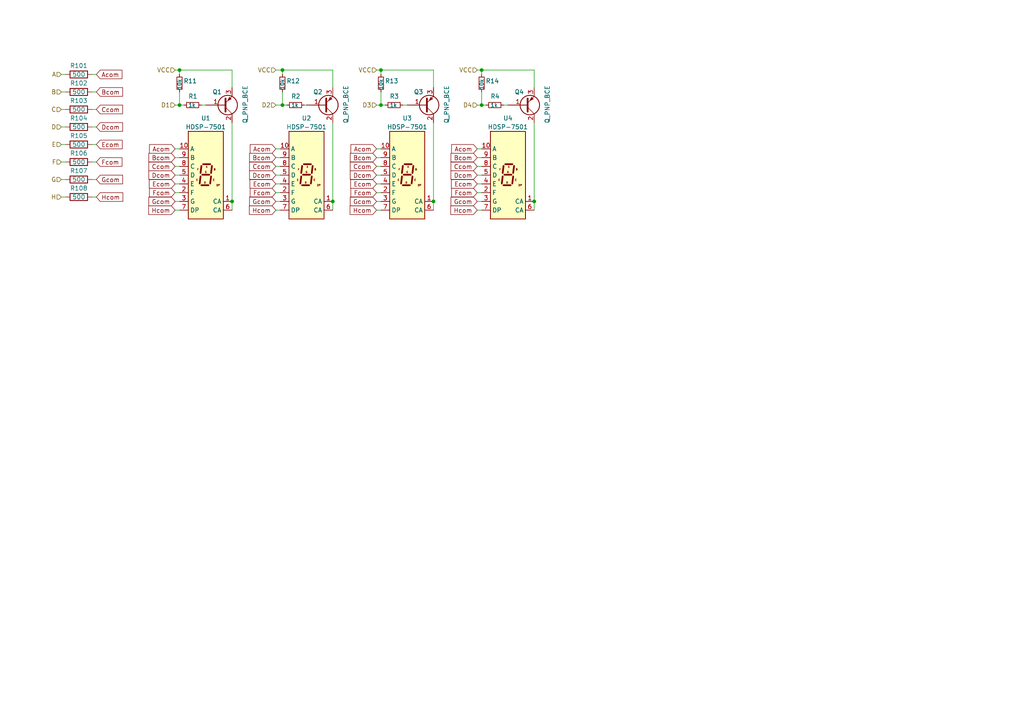
<source format=kicad_sch>
(kicad_sch (version 20211123) (generator eeschema)
  (paper "A4")
  (title_block (title "4 digit display") (date "2022-06-04") (rev "1.0.0") (company "Poznan University of Technology"))
  (lib_symbols
    (symbol "Device:Q_PNP_BCE" (pin_names (offset 0) hide)
      (property "Reference" "Q" (at 5.08 1.27 0))
      (property "Value" "Q_PNP_BCE" (at 5.08 -1.27 0))
      (symbol "Q_PNP_BCE_0_1"
        (polyline (pts (xy 0.635 0.635) (xy 2.54 2.54)))
        (polyline (pts (xy 0.635 -0.635) (xy 2.54 -2.54) (xy 2.54 -2.54)))
        (polyline (pts (xy 0.635 1.905) (xy 0.635 -1.905) (xy 0.635 -1.905)) (stroke (width 0.508)))
        (polyline (pts (xy 2.286 -1.778) (xy 1.778 -2.286) (xy 1.27 -1.27) (xy 2.286 -1.778) (xy 2.286 -1.778)) (fill (type outline)))
        (circle (center 1.27 0) (radius 2.8194) (stroke (width 0.254)))
      )
      (symbol "Q_PNP_BCE_1_1"
        (pin input line (at -5.08 0 0) (length 5.715) (name "B") (number "1"))
        (pin passive line (at 2.54 5.08 270) (length 2.54) (name "C") (number "2"))
        (pin passive line (at 2.54 -5.08 90) (length 2.54) (name "E") (number "3"))
      )
    )
    (symbol "Device:R" (pin_numbers hide) (pin_names (offset 0))
      (property "Reference" "R" (at 2.032 0 90))
      (property "Value" "R" (at 0 0 90))
      (symbol "R_0_1"
        (rectangle (start -1.016 -2.54) (end 1.016 2.54) (stroke (width 0.254)))
      )
      (symbol "R_1_1"
        (pin passive line (at 0 3.81 270) (length 1.27) (name "~") (number "1"))
        (pin passive line (at 0 -3.81 90) (length 1.27) (name "~") (number "2"))
      )
    )
    (symbol "Device:R_Small" (pin_numbers hide) (pin_names (offset 0.254) hide)
      (property "Reference" "R" (at 0.762 0.508 0))
      (property "Value" "R_Small" (at 0.762 -1.016 0))
      (symbol "R_Small_0_1"
        (rectangle (start -0.762 1.778) (end 0.762 -1.778) (stroke (width 0.2032)))
      )
      (symbol "R_Small_1_1"
        (pin passive line (at 0 2.54 270) (length 0.762) (name "~") (number "1"))
        (pin passive line (at 0 -2.54 90) (length 0.762) (name "~") (number "2"))
      )
    )
    (symbol "Display_Character:HDSP-7501"
      (property "Reference" "U" (at -3.81 13.97 0))
      (property "Value" "HDSP-7501" (at 6.35 13.97 0))
      (symbol "HDSP-7501_1_0"
        (text "A" (at 0.254 2.413 0) (effects (font (size 0.508 0.508))))
        (text "B" (at 2.54 1.651 0) (effects (font (size 0.508 0.508))))
        (text "C" (at 2.286 -1.397 0) (effects (font (size 0.508 0.508))))
        (text "D" (at -0.254 -2.159 0) (effects (font (size 0.508 0.508))))
        (text "DP" (at 3.556 -2.921 0) (effects (font (size 0.508 0.508))))
        (text "E" (at -2.54 -1.397 0) (effects (font (size 0.508 0.508))))
        (text "F" (at -2.286 1.651 0) (effects (font (size 0.508 0.508))))
        (text "G" (at 0 0.889 0) (effects (font (size 0.508 0.508))))
      )
      (symbol "HDSP-7501_1_1"
        (rectangle (start -5.08 12.7) (end 5.08 -12.7) (stroke (width 0.254)) (fill (type background)))
        (polyline (pts (xy -1.524 -0.381) (xy -1.778 -2.413)) (stroke (width 0.508)))
        (polyline (pts (xy -1.27 -2.921) (xy 0.762 -2.921)) (stroke (width 0.508)))
        (polyline (pts (xy -1.27 2.667) (xy -1.524 0.635)) (stroke (width 0.508)))
        (polyline (pts (xy -1.016 0.127) (xy 1.016 0.127)) (stroke (width 0.508)))
        (polyline (pts (xy -0.762 3.175) (xy 1.27 3.175)) (stroke (width 0.508)))
        (polyline (pts (xy 1.524 -0.381) (xy 1.27 -2.413)) (stroke (width 0.508)))
        (polyline (pts (xy 1.778 2.667) (xy 1.524 0.635)) (stroke (width 0.508)))
        (polyline (pts (xy 2.54 -2.921) (xy 2.54 -2.921)) (stroke (width 0.508)))
        (pin input line (at 7.62 -7.62 180) (length 2.54) (name "CA") (number "1"))
        (pin input line (at -7.62 7.62 0) (length 2.54) (name "A") (number "10"))
        (pin input line (at -7.62 -5.08 0) (length 2.54) (name "F") (number "2"))
        (pin input line (at -7.62 -7.62 0) (length 2.54) (name "G") (number "3"))
        (pin input line (at -7.62 -2.54 0) (length 2.54) (name "E") (number "4"))
        (pin input line (at -7.62 0 0) (length 2.54) (name "D") (number "5"))
        (pin input line (at 7.62 -10.16 180) (length 2.54) (name "CA") (number "6"))
        (pin input line (at -7.62 -10.16 0) (length 2.54) (name "DP") (number "7"))
        (pin input line (at -7.62 2.54 0) (length 2.54) (name "C") (number "8"))
        (pin input line (at -7.62 5.08 0) (length 2.54) (name "B") (number "9"))
      )
    )
  )
  (junction (at 81.915 30.48))
  (junction (at 154.94 58.42))
  (junction (at 139.7 20.32))
  (junction (at 52.07 20.32))
  (junction (at 110.49 20.32))
  (junction (at 96.52 58.42))
  (junction (at 67.31 58.42))
  (junction (at 81.915 20.32))
  (junction (at 125.73 58.42))
  (junction (at 110.49 30.48))
  (junction (at 139.7 30.48))
  (junction (at 52.07 30.48))
  (wire (pts (xy 139.7 26.67) (xy 139.7 30.48)))
  (wire (pts (xy 50.8 60.96) (xy 52.07 60.96)))
  (wire (pts (xy 109.22 58.42) (xy 110.49 58.42)))
  (wire (pts (xy 109.22 60.96) (xy 110.49 60.96)))
  (wire (pts (xy 96.52 58.42) (xy 96.52 60.96)))
  (wire (pts (xy 52.07 30.48) (xy 53.34 30.48)))
  (wire (pts (xy 80.01 60.96) (xy 81.28 60.96)))
  (wire (pts (xy 154.94 35.56) (xy 154.94 58.42)))
  (wire (pts (xy 109.22 48.26) (xy 110.49 48.26)))
  (wire (pts (xy 110.49 26.67) (xy 110.49 30.48)))
  (wire (pts (xy 109.22 20.32) (xy 110.49 20.32)))
  (wire (pts (xy 17.78 26.67) (xy 19.05 26.67)))
  (wire (pts (xy 138.43 20.32) (xy 139.7 20.32)))
  (wire (pts (xy 26.67 41.91) (xy 27.94 41.91)))
  (wire (pts (xy 50.8 43.18) (xy 52.07 43.18)))
  (wire (pts (xy 138.43 45.72) (xy 139.7 45.72)))
  (wire (pts (xy 109.22 53.34) (xy 110.49 53.34)))
  (wire (pts (xy 139.7 30.48) (xy 140.97 30.48)))
  (wire (pts (xy 109.22 55.88) (xy 110.49 55.88)))
  (wire (pts (xy 80.01 58.42) (xy 81.28 58.42)))
  (wire (pts (xy 125.73 35.56) (xy 125.73 58.42)))
  (wire (pts (xy 138.43 50.8) (xy 139.7 50.8)))
  (wire (pts (xy 26.67 21.59) (xy 27.94 21.59)))
  (wire (pts (xy 81.915 20.32) (xy 96.52 20.32)))
  (wire (pts (xy 80.01 45.72) (xy 81.28 45.72)))
  (wire (pts (xy 80.01 53.34) (xy 81.28 53.34)))
  (wire (pts (xy 109.22 45.72) (xy 110.49 45.72)))
  (wire (pts (xy 109.22 30.48) (xy 110.49 30.48)))
  (wire (pts (xy 50.8 45.72) (xy 52.07 45.72)))
  (wire (pts (xy 52.07 21.59) (xy 52.07 20.32)))
  (wire (pts (xy 50.8 55.88) (xy 52.07 55.88)))
  (wire (pts (xy 26.67 57.15) (xy 27.94 57.15)))
  (wire (pts (xy 138.43 53.34) (xy 139.7 53.34)))
  (wire (pts (xy 81.915 30.48) (xy 83.185 30.48)))
  (wire (pts (xy 81.915 26.67) (xy 81.915 30.48)))
  (wire (pts (xy 116.84 30.48) (xy 118.11 30.48)))
  (wire (pts (xy 88.265 30.48) (xy 88.9 30.48)))
  (wire (pts (xy 138.43 30.48) (xy 139.7 30.48)))
  (wire (pts (xy 50.8 58.42) (xy 52.07 58.42)))
  (wire (pts (xy 67.31 35.56) (xy 67.31 58.42)))
  (wire (pts (xy 67.31 20.32) (xy 67.31 25.4)))
  (wire (pts (xy 81.915 21.59) (xy 81.915 20.32)))
  (wire (pts (xy 17.78 21.59) (xy 19.05 21.59)))
  (wire (pts (xy 139.7 20.32) (xy 154.94 20.32)))
  (wire (pts (xy 50.8 50.8) (xy 52.07 50.8)))
  (wire (pts (xy 50.8 30.48) (xy 52.07 30.48)))
  (wire (pts (xy 26.67 31.75) (xy 27.94 31.75)))
  (wire (pts (xy 139.7 21.59) (xy 139.7 20.32)))
  (wire (pts (xy 67.31 58.42) (xy 67.31 60.96)))
  (wire (pts (xy 80.01 30.48) (xy 81.915 30.48)))
  (wire (pts (xy 52.07 26.67) (xy 52.07 30.48)))
  (wire (pts (xy 26.67 36.83) (xy 27.94 36.83)))
  (wire (pts (xy 110.49 21.59) (xy 110.49 20.32)))
  (wire (pts (xy 26.67 26.67) (xy 27.94 26.67)))
  (wire (pts (xy 17.78 57.15) (xy 19.05 57.15)))
  (wire (pts (xy 50.8 48.26) (xy 52.07 48.26)))
  (wire (pts (xy 96.52 20.32) (xy 96.52 25.4)))
  (wire (pts (xy 17.78 46.99) (xy 19.05 46.99)))
  (wire (pts (xy 50.8 20.32) (xy 52.07 20.32)))
  (wire (pts (xy 52.07 20.32) (xy 67.31 20.32)))
  (wire (pts (xy 80.01 50.8) (xy 81.28 50.8)))
  (wire (pts (xy 80.01 43.18) (xy 81.28 43.18)))
  (wire (pts (xy 110.49 20.32) (xy 125.73 20.32)))
  (wire (pts (xy 26.67 46.99) (xy 27.94 46.99)))
  (wire (pts (xy 109.22 43.18) (xy 110.49 43.18)))
  (wire (pts (xy 17.78 41.91) (xy 19.05 41.91)))
  (wire (pts (xy 109.22 50.8) (xy 110.49 50.8)))
  (wire (pts (xy 26.67 52.07) (xy 27.94 52.07)))
  (wire (pts (xy 110.49 30.48) (xy 111.76 30.48)))
  (wire (pts (xy 17.78 52.07) (xy 19.05 52.07)))
  (wire (pts (xy 138.43 55.88) (xy 139.7 55.88)))
  (wire (pts (xy 146.05 30.48) (xy 147.32 30.48)))
  (wire (pts (xy 80.01 20.32) (xy 81.915 20.32)))
  (wire (pts (xy 80.01 48.26) (xy 81.28 48.26)))
  (wire (pts (xy 138.43 58.42) (xy 139.7 58.42)))
  (wire (pts (xy 125.73 58.42) (xy 125.73 60.96)))
  (wire (pts (xy 125.73 20.32) (xy 125.73 25.4)))
  (wire (pts (xy 17.78 36.83) (xy 19.05 36.83)))
  (wire (pts (xy 138.43 48.26) (xy 139.7 48.26)))
  (wire (pts (xy 17.78 31.75) (xy 19.05 31.75)))
  (wire (pts (xy 154.94 58.42) (xy 154.94 60.96)))
  (wire (pts (xy 138.43 43.18) (xy 139.7 43.18)))
  (wire (pts (xy 58.42 30.48) (xy 59.69 30.48)))
  (wire (pts (xy 96.52 35.56) (xy 96.52 58.42)))
  (wire (pts (xy 138.43 60.96) (xy 139.7 60.96)))
  (wire (pts (xy 80.01 55.88) (xy 81.28 55.88)))
  (wire (pts (xy 50.8 53.34) (xy 52.07 53.34)))
  (wire (pts (xy 154.94 20.32) (xy 154.94 25.4)))
  (global_label "Ccom" (shape input) (at 27.94 31.75 0) (property "Intersheet References" "${INTERSHEET_REFS}" (effects hide)))
  (global_label "Ecom" (shape input) (at 80.01 53.34 180) (property "Intersheet References" "${INTERSHEET_REFS}" (effects hide)))
  (global_label "Fcom" (shape input) (at 80.01 55.88 180) (property "Intersheet References" "${INTERSHEET_REFS}" (effects hide)))
  (global_label "Fcom" (shape input) (at 138.43 55.88 180) (property "Intersheet References" "${INTERSHEET_REFS}" (effects hide)))
  (global_label "Ecom" (shape input) (at 138.43 53.34 180) (property "Intersheet References" "${INTERSHEET_REFS}" (effects hide)))
  (global_label "Bcom" (shape input) (at 50.8 45.72 180) (property "Intersheet References" "${INTERSHEET_REFS}" (effects hide)))
  (global_label "Dcom" (shape input) (at 27.94 36.83 0) (property "Intersheet References" "${INTERSHEET_REFS}" (effects hide)))
  (global_label "Dcom" (shape input) (at 109.22 50.8 180) (property "Intersheet References" "${INTERSHEET_REFS}" (effects hide)))
  (global_label "Bcom" (shape input) (at 27.94 26.67 0) (property "Intersheet References" "${INTERSHEET_REFS}" (effects hide)))
  (global_label "Hcom" (shape input) (at 109.22 60.96 180) (property "Intersheet References" "${INTERSHEET_REFS}" (effects hide)))
  (global_label "Hcom" (shape input) (at 27.94 57.15 0) (property "Intersheet References" "${INTERSHEET_REFS}" (effects hide)))
  (global_label "Ecom" (shape input) (at 27.94 41.91 0) (property "Intersheet References" "${INTERSHEET_REFS}" (effects hide)))
  (global_label "Hcom" (shape input) (at 138.43 60.96 180) (property "Intersheet References" "${INTERSHEET_REFS}" (effects hide)))
  (global_label "Ccom" (shape input) (at 138.43 48.26 180) (property "Intersheet References" "${INTERSHEET_REFS}" (effects hide)))
  (global_label "Acom" (shape input) (at 109.22 43.18 180) (property "Intersheet References" "${INTERSHEET_REFS}" (effects hide)))
  (global_label "Gcom" (shape input) (at 138.43 58.42 180) (property "Intersheet References" "${INTERSHEET_REFS}" (effects hide)))
  (global_label "Bcom" (shape input) (at 109.22 45.72 180) (property "Intersheet References" "${INTERSHEET_REFS}" (effects hide)))
  (global_label "Fcom" (shape input) (at 50.8 55.88 180) (property "Intersheet References" "${INTERSHEET_REFS}" (effects hide)))
  (global_label "Dcom" (shape input) (at 80.01 50.8 180) (property "Intersheet References" "${INTERSHEET_REFS}" (effects hide)))
  (global_label "Hcom" (shape input) (at 80.01 60.96 180) (property "Intersheet References" "${INTERSHEET_REFS}" (effects hide)))
  (global_label "Ecom" (shape input) (at 50.8 53.34 180) (property "Intersheet References" "${INTERSHEET_REFS}" (effects hide)))
  (global_label "Acom" (shape input) (at 27.94 21.59 0) (property "Intersheet References" "${INTERSHEET_REFS}" (effects hide)))
  (global_label "Bcom" (shape input) (at 80.01 45.72 180) (property "Intersheet References" "${INTERSHEET_REFS}" (effects hide)))
  (global_label "Gcom" (shape input) (at 109.22 58.42 180) (property "Intersheet References" "${INTERSHEET_REFS}" (effects hide)))
  (global_label "Gcom" (shape input) (at 80.01 58.42 180) (property "Intersheet References" "${INTERSHEET_REFS}" (effects hide)))
  (global_label "Fcom" (shape input) (at 27.94 46.99 0) (property "Intersheet References" "${INTERSHEET_REFS}" (effects hide)))
  (global_label "Acom" (shape input) (at 80.01 43.18 180) (property "Intersheet References" "${INTERSHEET_REFS}" (effects hide)))
  (global_label "Ccom" (shape input) (at 109.22 48.26 180) (property "Intersheet References" "${INTERSHEET_REFS}" (effects hide)))
  (global_label "Fcom" (shape input) (at 109.22 55.88 180) (property "Intersheet References" "${INTERSHEET_REFS}" (effects hide)))
  (global_label "Hcom" (shape input) (at 50.8 60.96 180) (property "Intersheet References" "${INTERSHEET_REFS}" (effects hide)))
  (global_label "Ccom" (shape input) (at 50.8 48.26 180) (property "Intersheet References" "${INTERSHEET_REFS}" (effects hide)))
  (global_label "Acom" (shape input) (at 138.43 43.18 180) (property "Intersheet References" "${INTERSHEET_REFS}" (effects hide)))
  (global_label "Dcom" (shape input) (at 50.8 50.8 180) (property "Intersheet References" "${INTERSHEET_REFS}" (effects hide)))
  (global_label "Bcom" (shape input) (at 138.43 45.72 180) (property "Intersheet References" "${INTERSHEET_REFS}" (effects hide)))
  (global_label "Acom" (shape input) (at 50.8 43.18 180) (property "Intersheet References" "${INTERSHEET_REFS}" (effects hide)))
  (global_label "Ccom" (shape input) (at 80.01 48.26 180) (property "Intersheet References" "${INTERSHEET_REFS}" (effects hide)))
  (global_label "Gcom" (shape input) (at 50.8 58.42 180) (property "Intersheet References" "${INTERSHEET_REFS}" (effects hide)))
  (global_label "Dcom" (shape input) (at 138.43 50.8 180) (property "Intersheet References" "${INTERSHEET_REFS}" (effects hide)))
  (global_label "Ecom" (shape input) (at 109.22 53.34 180) (property "Intersheet References" "${INTERSHEET_REFS}" (effects hide)))
  (global_label "Gcom" (shape input) (at 27.94 52.07 0) (property "Intersheet References" "${INTERSHEET_REFS}" (effects hide)))
  (hierarchical_label "D2" (shape input) (at 80.01 30.48 180))
  (hierarchical_label "D1" (shape input) (at 50.8 30.48 180))
  (hierarchical_label "VCC" (shape input) (at 138.43 20.32 180))
  (hierarchical_label "D" (shape input) (at 17.78 36.83 180))
  (hierarchical_label "D3" (shape input) (at 109.22 30.48 180))
  (hierarchical_label "C" (shape input) (at 17.78 31.75 180))
  (hierarchical_label "B" (shape input) (at 17.78 26.67 180))
  (hierarchical_label "D4" (shape input) (at 138.43 30.48 180))
  (hierarchical_label "VCC" (shape input) (at 80.01 20.32 180))
  (hierarchical_label "VCC" (shape input) (at 50.8 20.32 180))
  (hierarchical_label "G" (shape input) (at 17.78 52.07 180))
  (hierarchical_label "H" (shape input) (at 17.78 57.15 180))
  (hierarchical_label "E" (shape input) (at 17.78 41.91 180))
  (hierarchical_label "F" (shape input) (at 17.78 46.99 180))
  (hierarchical_label "A" (shape input) (at 17.78 21.59 180))
  (hierarchical_label "VCC" (shape input) (at 109.22 20.32 180))
  (symbol (lib_id "Device:R_Small") (at 110.49 24.13 180) (unit 1)
    (property "Reference" "R13" (at 115.57 23.495 0) (effects (justify left)))
    (property "Value" "10k" (at 110.49 22.86 90) (effects (font (size 1.1 1.1)) (justify left)))
    (property "Footprint" "Resistor_SMD:R_0603_1608Metric" (effects hide))
  )
  (symbol (lib_id "Device:R") (at 22.86 36.83 270) (unit 1)
    (property "Reference" "R104" (at 22.86 34.29 90))
    (property "Value" "500" (at 22.86 36.83 90))
    (property "Footprint" "Resistor_SMD:R_0805_2012Metric" (effects hide))
  )
  (symbol (lib_id "Device:R_Small") (at 143.51 30.48 270) (unit 1)
    (property "Reference" "R4" (at 142.24 27.94 90) (effects (justify left)))
    (property "Value" "1k" (at 142.24 30.48 90) (effects (font (size 1.1 1.1)) (justify left)))
    (property "Footprint" "Resistor_SMD:R_0805_2012Metric" (effects hide))
  )
  (symbol (lib_id "Device:R_Small") (at 114.3 30.48 270) (unit 1)
    (property "Reference" "R3" (at 113.03 27.94 90) (effects (justify left)))
    (property "Value" "1k" (at 113.03 30.48 90) (effects (font (size 1.1 1.1)) (justify left)))
    (property "Footprint" "Resistor_SMD:R_0805_2012Metric" (effects hide))
  )
  (symbol (lib_id "Device:Q_PNP_BCE") (at 93.98 30.48 0) (mirror x) (unit 1)
    (property "Reference" "Q2" (at 90.805 26.67 0) (effects (justify left)))
    (property "Value" "Q_PNP_BCE" (at 100.33 24.765 90) (effects (justify left)))
    (property "Footprint" "Package_TO_SOT_SMD:SOT-23" (effects hide))
  )
  (symbol (lib_id "Device:R_Small") (at 81.915 24.13 180) (unit 1)
    (property "Reference" "R12" (at 86.995 23.495 0) (effects (justify left)))
    (property "Value" "10k" (at 81.915 22.86 90) (effects (font (size 1.1 1.1)) (justify left)))
    (property "Footprint" "Resistor_SMD:R_0603_1608Metric" (effects hide))
  )
  (symbol (lib_id "Device:R") (at 22.86 31.75 270) (unit 1)
    (property "Reference" "R103" (at 22.86 29.21 90))
    (property "Value" "500" (at 22.86 31.75 90))
    (property "Footprint" "Resistor_SMD:R_0805_2012Metric" (effects hide))
  )
  (symbol (lib_id "Display_Character:HDSP-7501") (at 88.9 50.8 0) (unit 1)
    (property "Reference" "U2" (at 88.9 34.29 0))
    (property "Value" "HDSP-7501" (at 88.9 36.83 0))
    (property "Footprint" "Display_7Segment:HDSP-A151" (effects hide))
    (property "Datasheet" "https://docs.broadcom.com/docs/AV02-2553EN" (effects hide))
  )
  (symbol (lib_id "Device:R") (at 22.86 57.15 270) (unit 1)
    (property "Reference" "R108" (at 22.86 54.61 90))
    (property "Value" "500" (at 22.86 57.15 90))
    (property "Footprint" "Resistor_SMD:R_0805_2012Metric" (effects hide))
  )
  (symbol (lib_id "Device:R_Small") (at 52.07 24.13 180) (unit 1)
    (property "Reference" "R11" (at 57.15 23.495 0) (effects (justify left)))
    (property "Value" "10k" (at 52.07 22.86 90) (effects (font (size 1.1 1.1)) (justify left)))
    (property "Footprint" "Resistor_SMD:R_0603_1608Metric" (effects hide))
  )
  (symbol (lib_id "Display_Character:HDSP-7501") (at 59.69 50.8 0) (unit 1)
    (property "Reference" "U1" (at 59.69 34.29 0))
    (property "Value" "HDSP-7501" (at 59.69 36.83 0))
    (property "Footprint" "Display_7Segment:HDSP-A151" (effects hide))
    (property "Datasheet" "https://docs.broadcom.com/docs/AV02-2553EN" (effects hide))
  )
  (symbol (lib_id "Device:R_Small") (at 85.725 30.48 270) (unit 1)
    (property "Reference" "R2" (at 84.455 27.94 90) (effects (justify left)))
    (property "Value" "1k" (at 84.455 30.48 90) (effects (font (size 1.1 1.1)) (justify left)))
    (property "Footprint" "Resistor_SMD:R_0805_2012Metric" (effects hide))
  )
  (symbol (lib_id "Device:R_Small") (at 55.88 30.48 270) (unit 1)
    (property "Reference" "R1" (at 54.61 27.94 90) (effects (justify left)))
    (property "Value" "1k" (at 54.61 30.48 90) (effects (font (size 1.1 1.1)) (justify left)))
    (property "Footprint" "Resistor_SMD:R_0805_2012Metric" (effects hide))
  )
  (symbol (lib_id "Device:R_Small") (at 139.7 24.13 180) (unit 1)
    (property "Reference" "R14" (at 144.78 23.495 0) (effects (justify left)))
    (property "Value" "10k" (at 139.7 22.86 90) (effects (font (size 1.1 1.1)) (justify left)))
    (property "Footprint" "Resistor_SMD:R_0603_1608Metric" (effects hide))
  )
  (symbol (lib_id "Device:Q_PNP_BCE") (at 64.77 30.48 0) (mirror x) (unit 1)
    (property "Reference" "Q1" (at 61.595 26.67 0) (effects (justify left)))
    (property "Value" "Q_PNP_BCE" (at 71.12 24.765 90) (effects (justify left)))
    (property "Footprint" "Package_TO_SOT_SMD:SOT-23" (effects hide))
  )
  (symbol (lib_id "Device:R") (at 22.86 26.67 270) (unit 1)
    (property "Reference" "R102" (at 22.86 24.13 90))
    (property "Value" "500" (at 22.86 26.67 90))
    (property "Footprint" "Resistor_SMD:R_0805_2012Metric" (effects hide))
  )
  (symbol (lib_id "Display_Character:HDSP-7501") (at 118.11 50.8 0) (unit 1)
    (property "Reference" "U3" (at 118.11 34.29 0))
    (property "Value" "HDSP-7501" (at 118.11 36.83 0))
    (property "Footprint" "Display_7Segment:HDSP-A151" (effects hide))
    (property "Datasheet" "https://docs.broadcom.com/docs/AV02-2553EN" (effects hide))
  )
  (symbol (lib_id "Device:R") (at 22.86 46.99 270) (unit 1)
    (property "Reference" "R106" (at 22.86 44.45 90))
    (property "Value" "500" (at 22.86 46.99 90))
    (property "Footprint" "Resistor_SMD:R_0805_2012Metric" (effects hide))
  )
  (symbol (lib_id "Device:R") (at 22.86 21.59 270) (unit 1)
    (property "Reference" "R101" (at 22.86 19.05 90))
    (property "Value" "500" (at 22.86 21.59 90))
    (property "Footprint" "Resistor_SMD:R_0805_2012Metric" (effects hide))
  )
  (symbol (lib_id "Device:Q_PNP_BCE") (at 152.4 30.48 0) (mirror x) (unit 1)
    (property "Reference" "Q4" (at 149.225 26.67 0) (effects (justify left)))
    (property "Value" "Q_PNP_BCE" (at 158.75 24.765 90) (effects (justify left)))
    (property "Footprint" "Package_TO_SOT_SMD:SOT-23" (effects hide))
  )
  (symbol (lib_id "Device:R") (at 22.86 41.91 270) (unit 1)
    (property "Reference" "R105" (at 22.86 39.37 90))
    (property "Value" "500" (at 22.86 41.91 90))
    (property "Footprint" "Resistor_SMD:R_0805_2012Metric" (effects hide))
  )
  (symbol (lib_id "Device:Q_PNP_BCE") (at 123.19 30.48 0) (mirror x) (unit 1)
    (property "Reference" "Q3" (at 120.015 26.67 0) (effects (justify left)))
    (property "Value" "Q_PNP_BCE" (at 129.54 24.765 90) (effects (justify left)))
    (property "Footprint" "Package_TO_SOT_SMD:SOT-23" (effects hide))
  )
  (symbol (lib_id "Display_Character:HDSP-7501") (at 147.32 50.8 0) (unit 1)
    (property "Reference" "U4" (at 147.32 34.29 0))
    (property "Value" "HDSP-7501" (at 147.32 36.83 0))
    (property "Footprint" "Display_7Segment:HDSP-A151" (effects hide))
    (property "Datasheet" "https://docs.broadcom.com/docs/AV02-2553EN" (effects hide))
  )
  (symbol (lib_id "Device:R") (at 22.86 52.07 270) (unit 1)
    (property "Reference" "R107" (at 22.86 49.53 90))
    (property "Value" "500" (at 22.86 52.07 90))
    (property "Footprint" "Resistor_SMD:R_0805_2012Metric" (effects hide))
  )
)
</source>
